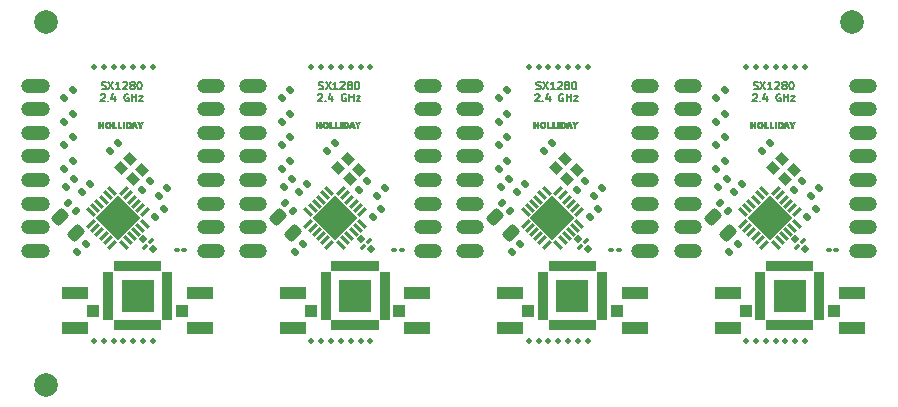
<source format=gts>
G04 #@! TF.GenerationSoftware,KiCad,Pcbnew,(6.0.6)*
G04 #@! TF.CreationDate,2022-08-31T11:07:13-07:00*
G04 #@! TF.ProjectId,kikit_panel,6b696b69-745f-4706-916e-656c2e6b6963,rev?*
G04 #@! TF.SameCoordinates,Original*
G04 #@! TF.FileFunction,Soldermask,Top*
G04 #@! TF.FilePolarity,Negative*
%FSLAX46Y46*%
G04 Gerber Fmt 4.6, Leading zero omitted, Abs format (unit mm)*
G04 Created by KiCad (PCBNEW (6.0.6)) date 2022-08-31 11:07:13*
%MOMM*%
%LPD*%
G01*
G04 APERTURE LIST*
G04 Aperture macros list*
%AMRoundRect*
0 Rectangle with rounded corners*
0 $1 Rounding radius*
0 $2 $3 $4 $5 $6 $7 $8 $9 X,Y pos of 4 corners*
0 Add a 4 corners polygon primitive as box body*
4,1,4,$2,$3,$4,$5,$6,$7,$8,$9,$2,$3,0*
0 Add four circle primitives for the rounded corners*
1,1,$1+$1,$2,$3*
1,1,$1+$1,$4,$5*
1,1,$1+$1,$6,$7*
1,1,$1+$1,$8,$9*
0 Add four rect primitives between the rounded corners*
20,1,$1+$1,$2,$3,$4,$5,0*
20,1,$1+$1,$4,$5,$6,$7,0*
20,1,$1+$1,$6,$7,$8,$9,0*
20,1,$1+$1,$8,$9,$2,$3,0*%
%AMRotRect*
0 Rectangle, with rotation*
0 The origin of the aperture is its center*
0 $1 length*
0 $2 width*
0 $3 Rotation angle, in degrees counterclockwise*
0 Add horizontal line*
21,1,$1,$2,0,0,$3*%
G04 Aperture macros list end*
%ADD10C,0.152400*%
%ADD11C,0.010000*%
%ADD12R,1.050000X1.000000*%
%ADD13R,2.200000X1.050000*%
%ADD14RoundRect,0.100000X-0.130000X-0.100000X0.130000X-0.100000X0.130000X0.100000X-0.130000X0.100000X0*%
%ADD15RoundRect,0.147500X0.017678X-0.226274X0.226274X-0.017678X-0.017678X0.226274X-0.226274X0.017678X0*%
%ADD16C,0.500000*%
%ADD17RoundRect,0.147500X-0.017678X0.226274X-0.226274X0.017678X0.017678X-0.226274X0.226274X-0.017678X0*%
%ADD18C,1.200000*%
%ADD19R,1.200000X1.200000*%
%ADD20RotRect,0.300000X0.850000X315.000000*%
%ADD21RotRect,0.300000X0.850000X225.000000*%
%ADD22RotRect,2.650000X2.650000X225.000000*%
%ADD23C,2.000000*%
%ADD24RoundRect,0.147500X0.226274X0.017678X0.017678X0.226274X-0.226274X-0.017678X-0.017678X-0.226274X0*%
%ADD25RoundRect,0.243750X0.494975X0.150260X0.150260X0.494975X-0.494975X-0.150260X-0.150260X-0.494975X0*%
%ADD26RoundRect,0.063500X-0.152400X0.381000X-0.152400X-0.381000X0.152400X-0.381000X0.152400X0.381000X0*%
%ADD27RoundRect,0.063500X-0.381000X-0.152400X0.381000X-0.152400X0.381000X0.152400X-0.381000X0.152400X0*%
%ADD28RoundRect,0.063500X0.152400X-0.381000X0.152400X0.381000X-0.152400X0.381000X-0.152400X-0.381000X0*%
%ADD29RoundRect,0.063500X0.381000X0.152400X-0.381000X0.152400X-0.381000X-0.152400X0.381000X-0.152400X0*%
%ADD30R,2.794000X2.794000*%
%ADD31RotRect,0.900000X0.800000X315.000000*%
%ADD32RotRect,0.550000X0.550000X45.000000*%
%ADD33RotRect,0.300000X0.500000X315.000000*%
G04 APERTURE END LIST*
D10*
X76389266Y-22185848D02*
X76479980Y-22216086D01*
X76631171Y-22216086D01*
X76691647Y-22185848D01*
X76721885Y-22155610D01*
X76752123Y-22095134D01*
X76752123Y-22034658D01*
X76721885Y-21974182D01*
X76691647Y-21943944D01*
X76631171Y-21913705D01*
X76510219Y-21883467D01*
X76449742Y-21853229D01*
X76419504Y-21822991D01*
X76389266Y-21762515D01*
X76389266Y-21702039D01*
X76419504Y-21641563D01*
X76449742Y-21611325D01*
X76510219Y-21581086D01*
X76661409Y-21581086D01*
X76752123Y-21611325D01*
X76963790Y-21581086D02*
X77387123Y-22216086D01*
X77387123Y-21581086D02*
X76963790Y-22216086D01*
X77961647Y-22216086D02*
X77598790Y-22216086D01*
X77780219Y-22216086D02*
X77780219Y-21581086D01*
X77719742Y-21671801D01*
X77659266Y-21732277D01*
X77598790Y-21762515D01*
X78203552Y-21641563D02*
X78233790Y-21611325D01*
X78294266Y-21581086D01*
X78445457Y-21581086D01*
X78505933Y-21611325D01*
X78536171Y-21641563D01*
X78566409Y-21702039D01*
X78566409Y-21762515D01*
X78536171Y-21853229D01*
X78173314Y-22216086D01*
X78566409Y-22216086D01*
X78929266Y-21853229D02*
X78868790Y-21822991D01*
X78838552Y-21792753D01*
X78808314Y-21732277D01*
X78808314Y-21702039D01*
X78838552Y-21641563D01*
X78868790Y-21611325D01*
X78929266Y-21581086D01*
X79050219Y-21581086D01*
X79110695Y-21611325D01*
X79140933Y-21641563D01*
X79171171Y-21702039D01*
X79171171Y-21732277D01*
X79140933Y-21792753D01*
X79110695Y-21822991D01*
X79050219Y-21853229D01*
X78929266Y-21853229D01*
X78868790Y-21883467D01*
X78838552Y-21913705D01*
X78808314Y-21974182D01*
X78808314Y-22095134D01*
X78838552Y-22155610D01*
X78868790Y-22185848D01*
X78929266Y-22216086D01*
X79050219Y-22216086D01*
X79110695Y-22185848D01*
X79140933Y-22155610D01*
X79171171Y-22095134D01*
X79171171Y-21974182D01*
X79140933Y-21913705D01*
X79110695Y-21883467D01*
X79050219Y-21853229D01*
X79564266Y-21581086D02*
X79624742Y-21581086D01*
X79685219Y-21611325D01*
X79715457Y-21641563D01*
X79745695Y-21702039D01*
X79775933Y-21822991D01*
X79775933Y-21974182D01*
X79745695Y-22095134D01*
X79715457Y-22155610D01*
X79685219Y-22185848D01*
X79624742Y-22216086D01*
X79564266Y-22216086D01*
X79503790Y-22185848D01*
X79473552Y-22155610D01*
X79443314Y-22095134D01*
X79413076Y-21974182D01*
X79413076Y-21822991D01*
X79443314Y-21702039D01*
X79473552Y-21641563D01*
X79503790Y-21611325D01*
X79564266Y-21581086D01*
X76298552Y-22663913D02*
X76328790Y-22633675D01*
X76389266Y-22603436D01*
X76540457Y-22603436D01*
X76600933Y-22633675D01*
X76631171Y-22663913D01*
X76661409Y-22724389D01*
X76661409Y-22784865D01*
X76631171Y-22875579D01*
X76268314Y-23238436D01*
X76661409Y-23238436D01*
X76933552Y-23177960D02*
X76963790Y-23208198D01*
X76933552Y-23238436D01*
X76903314Y-23208198D01*
X76933552Y-23177960D01*
X76933552Y-23238436D01*
X77508076Y-22815103D02*
X77508076Y-23238436D01*
X77356885Y-22573198D02*
X77205695Y-23026770D01*
X77598790Y-23026770D01*
X78657123Y-22633675D02*
X78596647Y-22603436D01*
X78505933Y-22603436D01*
X78415219Y-22633675D01*
X78354742Y-22694151D01*
X78324504Y-22754627D01*
X78294266Y-22875579D01*
X78294266Y-22966294D01*
X78324504Y-23087246D01*
X78354742Y-23147722D01*
X78415219Y-23208198D01*
X78505933Y-23238436D01*
X78566409Y-23238436D01*
X78657123Y-23208198D01*
X78687361Y-23177960D01*
X78687361Y-22966294D01*
X78566409Y-22966294D01*
X78959504Y-23238436D02*
X78959504Y-22603436D01*
X78959504Y-22905817D02*
X79322361Y-22905817D01*
X79322361Y-23238436D02*
X79322361Y-22603436D01*
X79564266Y-22815103D02*
X79896885Y-22815103D01*
X79564266Y-23238436D01*
X79896885Y-23238436D01*
X57987266Y-22185848D02*
X58077980Y-22216086D01*
X58229171Y-22216086D01*
X58289647Y-22185848D01*
X58319885Y-22155610D01*
X58350123Y-22095134D01*
X58350123Y-22034658D01*
X58319885Y-21974182D01*
X58289647Y-21943944D01*
X58229171Y-21913705D01*
X58108219Y-21883467D01*
X58047742Y-21853229D01*
X58017504Y-21822991D01*
X57987266Y-21762515D01*
X57987266Y-21702039D01*
X58017504Y-21641563D01*
X58047742Y-21611325D01*
X58108219Y-21581086D01*
X58259409Y-21581086D01*
X58350123Y-21611325D01*
X58561790Y-21581086D02*
X58985123Y-22216086D01*
X58985123Y-21581086D02*
X58561790Y-22216086D01*
X59559647Y-22216086D02*
X59196790Y-22216086D01*
X59378219Y-22216086D02*
X59378219Y-21581086D01*
X59317742Y-21671801D01*
X59257266Y-21732277D01*
X59196790Y-21762515D01*
X59801552Y-21641563D02*
X59831790Y-21611325D01*
X59892266Y-21581086D01*
X60043457Y-21581086D01*
X60103933Y-21611325D01*
X60134171Y-21641563D01*
X60164409Y-21702039D01*
X60164409Y-21762515D01*
X60134171Y-21853229D01*
X59771314Y-22216086D01*
X60164409Y-22216086D01*
X60527266Y-21853229D02*
X60466790Y-21822991D01*
X60436552Y-21792753D01*
X60406314Y-21732277D01*
X60406314Y-21702039D01*
X60436552Y-21641563D01*
X60466790Y-21611325D01*
X60527266Y-21581086D01*
X60648219Y-21581086D01*
X60708695Y-21611325D01*
X60738933Y-21641563D01*
X60769171Y-21702039D01*
X60769171Y-21732277D01*
X60738933Y-21792753D01*
X60708695Y-21822991D01*
X60648219Y-21853229D01*
X60527266Y-21853229D01*
X60466790Y-21883467D01*
X60436552Y-21913705D01*
X60406314Y-21974182D01*
X60406314Y-22095134D01*
X60436552Y-22155610D01*
X60466790Y-22185848D01*
X60527266Y-22216086D01*
X60648219Y-22216086D01*
X60708695Y-22185848D01*
X60738933Y-22155610D01*
X60769171Y-22095134D01*
X60769171Y-21974182D01*
X60738933Y-21913705D01*
X60708695Y-21883467D01*
X60648219Y-21853229D01*
X61162266Y-21581086D02*
X61222742Y-21581086D01*
X61283219Y-21611325D01*
X61313457Y-21641563D01*
X61343695Y-21702039D01*
X61373933Y-21822991D01*
X61373933Y-21974182D01*
X61343695Y-22095134D01*
X61313457Y-22155610D01*
X61283219Y-22185848D01*
X61222742Y-22216086D01*
X61162266Y-22216086D01*
X61101790Y-22185848D01*
X61071552Y-22155610D01*
X61041314Y-22095134D01*
X61011076Y-21974182D01*
X61011076Y-21822991D01*
X61041314Y-21702039D01*
X61071552Y-21641563D01*
X61101790Y-21611325D01*
X61162266Y-21581086D01*
X57896552Y-22663913D02*
X57926790Y-22633675D01*
X57987266Y-22603436D01*
X58138457Y-22603436D01*
X58198933Y-22633675D01*
X58229171Y-22663913D01*
X58259409Y-22724389D01*
X58259409Y-22784865D01*
X58229171Y-22875579D01*
X57866314Y-23238436D01*
X58259409Y-23238436D01*
X58531552Y-23177960D02*
X58561790Y-23208198D01*
X58531552Y-23238436D01*
X58501314Y-23208198D01*
X58531552Y-23177960D01*
X58531552Y-23238436D01*
X59106076Y-22815103D02*
X59106076Y-23238436D01*
X58954885Y-22573198D02*
X58803695Y-23026770D01*
X59196790Y-23026770D01*
X60255123Y-22633675D02*
X60194647Y-22603436D01*
X60103933Y-22603436D01*
X60013219Y-22633675D01*
X59952742Y-22694151D01*
X59922504Y-22754627D01*
X59892266Y-22875579D01*
X59892266Y-22966294D01*
X59922504Y-23087246D01*
X59952742Y-23147722D01*
X60013219Y-23208198D01*
X60103933Y-23238436D01*
X60164409Y-23238436D01*
X60255123Y-23208198D01*
X60285361Y-23177960D01*
X60285361Y-22966294D01*
X60164409Y-22966294D01*
X60557504Y-23238436D02*
X60557504Y-22603436D01*
X60557504Y-22905817D02*
X60920361Y-22905817D01*
X60920361Y-23238436D02*
X60920361Y-22603436D01*
X61162266Y-22815103D02*
X61494885Y-22815103D01*
X61162266Y-23238436D01*
X61494885Y-23238436D01*
X21183266Y-22185848D02*
X21273980Y-22216086D01*
X21425171Y-22216086D01*
X21485647Y-22185848D01*
X21515885Y-22155610D01*
X21546123Y-22095134D01*
X21546123Y-22034658D01*
X21515885Y-21974182D01*
X21485647Y-21943944D01*
X21425171Y-21913705D01*
X21304219Y-21883467D01*
X21243742Y-21853229D01*
X21213504Y-21822991D01*
X21183266Y-21762515D01*
X21183266Y-21702039D01*
X21213504Y-21641563D01*
X21243742Y-21611325D01*
X21304219Y-21581086D01*
X21455409Y-21581086D01*
X21546123Y-21611325D01*
X21757790Y-21581086D02*
X22181123Y-22216086D01*
X22181123Y-21581086D02*
X21757790Y-22216086D01*
X22755647Y-22216086D02*
X22392790Y-22216086D01*
X22574219Y-22216086D02*
X22574219Y-21581086D01*
X22513742Y-21671801D01*
X22453266Y-21732277D01*
X22392790Y-21762515D01*
X22997552Y-21641563D02*
X23027790Y-21611325D01*
X23088266Y-21581086D01*
X23239457Y-21581086D01*
X23299933Y-21611325D01*
X23330171Y-21641563D01*
X23360409Y-21702039D01*
X23360409Y-21762515D01*
X23330171Y-21853229D01*
X22967314Y-22216086D01*
X23360409Y-22216086D01*
X23723266Y-21853229D02*
X23662790Y-21822991D01*
X23632552Y-21792753D01*
X23602314Y-21732277D01*
X23602314Y-21702039D01*
X23632552Y-21641563D01*
X23662790Y-21611325D01*
X23723266Y-21581086D01*
X23844219Y-21581086D01*
X23904695Y-21611325D01*
X23934933Y-21641563D01*
X23965171Y-21702039D01*
X23965171Y-21732277D01*
X23934933Y-21792753D01*
X23904695Y-21822991D01*
X23844219Y-21853229D01*
X23723266Y-21853229D01*
X23662790Y-21883467D01*
X23632552Y-21913705D01*
X23602314Y-21974182D01*
X23602314Y-22095134D01*
X23632552Y-22155610D01*
X23662790Y-22185848D01*
X23723266Y-22216086D01*
X23844219Y-22216086D01*
X23904695Y-22185848D01*
X23934933Y-22155610D01*
X23965171Y-22095134D01*
X23965171Y-21974182D01*
X23934933Y-21913705D01*
X23904695Y-21883467D01*
X23844219Y-21853229D01*
X24358266Y-21581086D02*
X24418742Y-21581086D01*
X24479219Y-21611325D01*
X24509457Y-21641563D01*
X24539695Y-21702039D01*
X24569933Y-21822991D01*
X24569933Y-21974182D01*
X24539695Y-22095134D01*
X24509457Y-22155610D01*
X24479219Y-22185848D01*
X24418742Y-22216086D01*
X24358266Y-22216086D01*
X24297790Y-22185848D01*
X24267552Y-22155610D01*
X24237314Y-22095134D01*
X24207076Y-21974182D01*
X24207076Y-21822991D01*
X24237314Y-21702039D01*
X24267552Y-21641563D01*
X24297790Y-21611325D01*
X24358266Y-21581086D01*
X21092552Y-22663913D02*
X21122790Y-22633675D01*
X21183266Y-22603436D01*
X21334457Y-22603436D01*
X21394933Y-22633675D01*
X21425171Y-22663913D01*
X21455409Y-22724389D01*
X21455409Y-22784865D01*
X21425171Y-22875579D01*
X21062314Y-23238436D01*
X21455409Y-23238436D01*
X21727552Y-23177960D02*
X21757790Y-23208198D01*
X21727552Y-23238436D01*
X21697314Y-23208198D01*
X21727552Y-23177960D01*
X21727552Y-23238436D01*
X22302076Y-22815103D02*
X22302076Y-23238436D01*
X22150885Y-22573198D02*
X21999695Y-23026770D01*
X22392790Y-23026770D01*
X23451123Y-22633675D02*
X23390647Y-22603436D01*
X23299933Y-22603436D01*
X23209219Y-22633675D01*
X23148742Y-22694151D01*
X23118504Y-22754627D01*
X23088266Y-22875579D01*
X23088266Y-22966294D01*
X23118504Y-23087246D01*
X23148742Y-23147722D01*
X23209219Y-23208198D01*
X23299933Y-23238436D01*
X23360409Y-23238436D01*
X23451123Y-23208198D01*
X23481361Y-23177960D01*
X23481361Y-22966294D01*
X23360409Y-22966294D01*
X23753504Y-23238436D02*
X23753504Y-22603436D01*
X23753504Y-22905817D02*
X24116361Y-22905817D01*
X24116361Y-23238436D02*
X24116361Y-22603436D01*
X24358266Y-22815103D02*
X24690885Y-22815103D01*
X24358266Y-23238436D01*
X24690885Y-23238436D01*
X39585266Y-22185848D02*
X39675980Y-22216086D01*
X39827171Y-22216086D01*
X39887647Y-22185848D01*
X39917885Y-22155610D01*
X39948123Y-22095134D01*
X39948123Y-22034658D01*
X39917885Y-21974182D01*
X39887647Y-21943944D01*
X39827171Y-21913705D01*
X39706219Y-21883467D01*
X39645742Y-21853229D01*
X39615504Y-21822991D01*
X39585266Y-21762515D01*
X39585266Y-21702039D01*
X39615504Y-21641563D01*
X39645742Y-21611325D01*
X39706219Y-21581086D01*
X39857409Y-21581086D01*
X39948123Y-21611325D01*
X40159790Y-21581086D02*
X40583123Y-22216086D01*
X40583123Y-21581086D02*
X40159790Y-22216086D01*
X41157647Y-22216086D02*
X40794790Y-22216086D01*
X40976219Y-22216086D02*
X40976219Y-21581086D01*
X40915742Y-21671801D01*
X40855266Y-21732277D01*
X40794790Y-21762515D01*
X41399552Y-21641563D02*
X41429790Y-21611325D01*
X41490266Y-21581086D01*
X41641457Y-21581086D01*
X41701933Y-21611325D01*
X41732171Y-21641563D01*
X41762409Y-21702039D01*
X41762409Y-21762515D01*
X41732171Y-21853229D01*
X41369314Y-22216086D01*
X41762409Y-22216086D01*
X42125266Y-21853229D02*
X42064790Y-21822991D01*
X42034552Y-21792753D01*
X42004314Y-21732277D01*
X42004314Y-21702039D01*
X42034552Y-21641563D01*
X42064790Y-21611325D01*
X42125266Y-21581086D01*
X42246219Y-21581086D01*
X42306695Y-21611325D01*
X42336933Y-21641563D01*
X42367171Y-21702039D01*
X42367171Y-21732277D01*
X42336933Y-21792753D01*
X42306695Y-21822991D01*
X42246219Y-21853229D01*
X42125266Y-21853229D01*
X42064790Y-21883467D01*
X42034552Y-21913705D01*
X42004314Y-21974182D01*
X42004314Y-22095134D01*
X42034552Y-22155610D01*
X42064790Y-22185848D01*
X42125266Y-22216086D01*
X42246219Y-22216086D01*
X42306695Y-22185848D01*
X42336933Y-22155610D01*
X42367171Y-22095134D01*
X42367171Y-21974182D01*
X42336933Y-21913705D01*
X42306695Y-21883467D01*
X42246219Y-21853229D01*
X42760266Y-21581086D02*
X42820742Y-21581086D01*
X42881219Y-21611325D01*
X42911457Y-21641563D01*
X42941695Y-21702039D01*
X42971933Y-21822991D01*
X42971933Y-21974182D01*
X42941695Y-22095134D01*
X42911457Y-22155610D01*
X42881219Y-22185848D01*
X42820742Y-22216086D01*
X42760266Y-22216086D01*
X42699790Y-22185848D01*
X42669552Y-22155610D01*
X42639314Y-22095134D01*
X42609076Y-21974182D01*
X42609076Y-21822991D01*
X42639314Y-21702039D01*
X42669552Y-21641563D01*
X42699790Y-21611325D01*
X42760266Y-21581086D01*
X39494552Y-22663913D02*
X39524790Y-22633675D01*
X39585266Y-22603436D01*
X39736457Y-22603436D01*
X39796933Y-22633675D01*
X39827171Y-22663913D01*
X39857409Y-22724389D01*
X39857409Y-22784865D01*
X39827171Y-22875579D01*
X39464314Y-23238436D01*
X39857409Y-23238436D01*
X40129552Y-23177960D02*
X40159790Y-23208198D01*
X40129552Y-23238436D01*
X40099314Y-23208198D01*
X40129552Y-23177960D01*
X40129552Y-23238436D01*
X40704076Y-22815103D02*
X40704076Y-23238436D01*
X40552885Y-22573198D02*
X40401695Y-23026770D01*
X40794790Y-23026770D01*
X41853123Y-22633675D02*
X41792647Y-22603436D01*
X41701933Y-22603436D01*
X41611219Y-22633675D01*
X41550742Y-22694151D01*
X41520504Y-22754627D01*
X41490266Y-22875579D01*
X41490266Y-22966294D01*
X41520504Y-23087246D01*
X41550742Y-23147722D01*
X41611219Y-23208198D01*
X41701933Y-23238436D01*
X41762409Y-23238436D01*
X41853123Y-23208198D01*
X41883361Y-23177960D01*
X41883361Y-22966294D01*
X41762409Y-22966294D01*
X42155504Y-23238436D02*
X42155504Y-22603436D01*
X42155504Y-22905817D02*
X42518361Y-22905817D01*
X42518361Y-23238436D02*
X42518361Y-22603436D01*
X42760266Y-22815103D02*
X43092885Y-22815103D01*
X42760266Y-23238436D01*
X43092885Y-23238436D01*
G36*
X77414500Y-25392400D02*
G01*
X77617700Y-25392400D01*
X77617700Y-25506700D01*
X77274800Y-25506700D01*
X77274800Y-24973300D01*
X77414500Y-24973300D01*
X77414500Y-25392400D01*
G37*
D11*
X77414500Y-25392400D02*
X77617700Y-25392400D01*
X77617700Y-25506700D01*
X77274800Y-25506700D01*
X77274800Y-24973300D01*
X77414500Y-24973300D01*
X77414500Y-25392400D01*
G36*
X76665999Y-25155116D02*
G01*
X76694967Y-25087361D01*
X76719510Y-25053791D01*
X76766931Y-25010641D01*
X76820985Y-24985004D01*
X76888503Y-24974132D01*
X76919422Y-24973300D01*
X76987259Y-24978757D01*
X77040265Y-24997426D01*
X77087054Y-25032747D01*
X77099367Y-25045191D01*
X77130371Y-25084896D01*
X77149353Y-25129038D01*
X77158591Y-25184926D01*
X77160500Y-25241332D01*
X77153052Y-25324005D01*
X77129439Y-25390031D01*
X77087756Y-25443784D01*
X77063181Y-25464689D01*
X77034497Y-25483886D01*
X77005272Y-25495299D01*
X76966797Y-25501322D01*
X76920189Y-25503997D01*
X76866112Y-25504715D01*
X76828198Y-25500871D01*
X76797384Y-25490875D01*
X76773186Y-25478213D01*
X76720440Y-25433831D01*
X76682660Y-25373887D01*
X76660534Y-25303823D01*
X76657768Y-25268066D01*
X76793671Y-25268066D01*
X76806028Y-25320966D01*
X76833241Y-25366140D01*
X76838690Y-25371926D01*
X76881195Y-25399445D01*
X76926984Y-25402209D01*
X76972993Y-25380059D01*
X76974331Y-25379019D01*
X77006628Y-25340479D01*
X77024182Y-25291454D01*
X77028133Y-25237327D01*
X77019624Y-25183478D01*
X76999795Y-25135291D01*
X76969787Y-25098148D01*
X76930742Y-25077432D01*
X76909852Y-25074899D01*
X76867158Y-25086192D01*
X76832912Y-25116504D01*
X76808394Y-25160486D01*
X76794886Y-25212790D01*
X76793671Y-25268066D01*
X76657768Y-25268066D01*
X76654751Y-25229084D01*
X76665999Y-25155116D01*
G37*
X76665999Y-25155116D02*
X76694967Y-25087361D01*
X76719510Y-25053791D01*
X76766931Y-25010641D01*
X76820985Y-24985004D01*
X76888503Y-24974132D01*
X76919422Y-24973300D01*
X76987259Y-24978757D01*
X77040265Y-24997426D01*
X77087054Y-25032747D01*
X77099367Y-25045191D01*
X77130371Y-25084896D01*
X77149353Y-25129038D01*
X77158591Y-25184926D01*
X77160500Y-25241332D01*
X77153052Y-25324005D01*
X77129439Y-25390031D01*
X77087756Y-25443784D01*
X77063181Y-25464689D01*
X77034497Y-25483886D01*
X77005272Y-25495299D01*
X76966797Y-25501322D01*
X76920189Y-25503997D01*
X76866112Y-25504715D01*
X76828198Y-25500871D01*
X76797384Y-25490875D01*
X76773186Y-25478213D01*
X76720440Y-25433831D01*
X76682660Y-25373887D01*
X76660534Y-25303823D01*
X76657768Y-25268066D01*
X76793671Y-25268066D01*
X76806028Y-25320966D01*
X76833241Y-25366140D01*
X76838690Y-25371926D01*
X76881195Y-25399445D01*
X76926984Y-25402209D01*
X76972993Y-25380059D01*
X76974331Y-25379019D01*
X77006628Y-25340479D01*
X77024182Y-25291454D01*
X77028133Y-25237327D01*
X77019624Y-25183478D01*
X76999795Y-25135291D01*
X76969787Y-25098148D01*
X76930742Y-25077432D01*
X76909852Y-25074899D01*
X76867158Y-25086192D01*
X76832912Y-25116504D01*
X76808394Y-25160486D01*
X76794886Y-25212790D01*
X76793671Y-25268066D01*
X76657768Y-25268066D01*
X76654751Y-25229084D01*
X76665999Y-25155116D01*
G36*
X76233400Y-25176500D02*
G01*
X76411200Y-25176500D01*
X76411200Y-24973300D01*
X76538200Y-24973300D01*
X76538200Y-25506700D01*
X76411200Y-25506700D01*
X76411200Y-25290800D01*
X76233400Y-25290800D01*
X76233400Y-25506700D01*
X76106400Y-25506700D01*
X76106400Y-24973300D01*
X76233400Y-24973300D01*
X76233400Y-25176500D01*
G37*
X76233400Y-25176500D02*
X76411200Y-25176500D01*
X76411200Y-24973300D01*
X76538200Y-24973300D01*
X76538200Y-25506700D01*
X76411200Y-25506700D01*
X76411200Y-25290800D01*
X76233400Y-25290800D01*
X76233400Y-25506700D01*
X76106400Y-25506700D01*
X76106400Y-24973300D01*
X76233400Y-24973300D01*
X76233400Y-25176500D01*
G36*
X78303500Y-25506700D02*
G01*
X78176500Y-25506700D01*
X78176500Y-24973300D01*
X78303500Y-24973300D01*
X78303500Y-25506700D01*
G37*
X78303500Y-25506700D02*
X78176500Y-25506700D01*
X78176500Y-24973300D01*
X78303500Y-24973300D01*
X78303500Y-25506700D01*
G36*
X78417800Y-24973300D02*
G01*
X78492493Y-24973313D01*
X78534778Y-24973159D01*
X78577829Y-24973473D01*
X78678441Y-24980466D01*
X78758672Y-25002214D01*
X78819224Y-25039306D01*
X78860800Y-25092334D01*
X78884103Y-25161889D01*
X78890063Y-25235859D01*
X78881407Y-25316867D01*
X78855285Y-25382090D01*
X78809907Y-25435731D01*
X78801961Y-25442518D01*
X78757505Y-25471592D01*
X78703855Y-25491186D01*
X78636101Y-25502472D01*
X78549332Y-25506620D01*
X78532826Y-25506700D01*
X78417800Y-25506700D01*
X78417807Y-25405100D01*
X78557500Y-25405100D01*
X78598775Y-25405052D01*
X78638559Y-25398145D01*
X78678599Y-25381472D01*
X78680514Y-25380332D01*
X78715803Y-25353549D01*
X78737511Y-25320799D01*
X78751198Y-25273115D01*
X78753037Y-25263379D01*
X78752932Y-25200844D01*
X78731457Y-25146575D01*
X78692169Y-25104863D01*
X78638623Y-25079998D01*
X78596855Y-25074899D01*
X78557500Y-25074900D01*
X78557500Y-25405100D01*
X78417807Y-25405100D01*
X78417828Y-25074900D01*
X78417800Y-25074900D01*
X78417800Y-24973300D01*
G37*
X78417800Y-24973300D02*
X78492493Y-24973313D01*
X78534778Y-24973159D01*
X78577829Y-24973473D01*
X78678441Y-24980466D01*
X78758672Y-25002214D01*
X78819224Y-25039306D01*
X78860800Y-25092334D01*
X78884103Y-25161889D01*
X78890063Y-25235859D01*
X78881407Y-25316867D01*
X78855285Y-25382090D01*
X78809907Y-25435731D01*
X78801961Y-25442518D01*
X78757505Y-25471592D01*
X78703855Y-25491186D01*
X78636101Y-25502472D01*
X78549332Y-25506620D01*
X78532826Y-25506700D01*
X78417800Y-25506700D01*
X78417807Y-25405100D01*
X78557500Y-25405100D01*
X78598775Y-25405052D01*
X78638559Y-25398145D01*
X78678599Y-25381472D01*
X78680514Y-25380332D01*
X78715803Y-25353549D01*
X78737511Y-25320799D01*
X78751198Y-25273115D01*
X78753037Y-25263379D01*
X78752932Y-25200844D01*
X78731457Y-25146575D01*
X78692169Y-25104863D01*
X78638623Y-25079998D01*
X78596855Y-25074899D01*
X78557500Y-25074900D01*
X78557500Y-25405100D01*
X78417807Y-25405100D01*
X78417828Y-25074900D01*
X78417800Y-25074900D01*
X78417800Y-24973300D01*
G36*
X79700500Y-25270480D02*
G01*
X79700500Y-25506700D01*
X79573500Y-25506700D01*
X79573500Y-25270480D01*
X79403320Y-24973300D01*
X79554450Y-24973382D01*
X79636505Y-25166340D01*
X79727784Y-24973300D01*
X79873220Y-24973300D01*
X79700500Y-25270480D01*
G37*
X79700500Y-25270480D02*
X79700500Y-25506700D01*
X79573500Y-25506700D01*
X79573500Y-25270480D01*
X79403320Y-24973300D01*
X79554450Y-24973382D01*
X79636505Y-25166340D01*
X79727784Y-24973300D01*
X79873220Y-24973300D01*
X79700500Y-25270480D01*
G36*
X79233140Y-24973300D02*
G01*
X79319500Y-25270480D01*
X79395184Y-25506700D01*
X79257297Y-25506700D01*
X79213261Y-25367000D01*
X79080002Y-25367000D01*
X79039390Y-25506700D01*
X78908020Y-25506700D01*
X78976600Y-25270480D01*
X78976712Y-25270114D01*
X79098626Y-25270114D01*
X79195040Y-25269824D01*
X79145942Y-25106650D01*
X79098626Y-25270114D01*
X78976712Y-25270114D01*
X79067261Y-24973300D01*
X79233140Y-24973300D01*
G37*
X79233140Y-24973300D02*
X79319500Y-25270480D01*
X79395184Y-25506700D01*
X79257297Y-25506700D01*
X79213261Y-25367000D01*
X79080002Y-25367000D01*
X79039390Y-25506700D01*
X78908020Y-25506700D01*
X78976600Y-25270480D01*
X78976712Y-25270114D01*
X79098626Y-25270114D01*
X79195040Y-25269824D01*
X79145942Y-25106650D01*
X79098626Y-25270114D01*
X78976712Y-25270114D01*
X79067261Y-24973300D01*
X79233140Y-24973300D01*
G36*
X77859000Y-25392400D02*
G01*
X78062200Y-25392400D01*
X78062200Y-25506700D01*
X77732000Y-25506700D01*
X77732000Y-24973300D01*
X77859000Y-24973300D01*
X77859000Y-25392400D01*
G37*
X77859000Y-25392400D02*
X78062200Y-25392400D01*
X78062200Y-25506700D01*
X77732000Y-25506700D01*
X77732000Y-24973300D01*
X77859000Y-24973300D01*
X77859000Y-25392400D01*
G36*
X42896500Y-25270480D02*
G01*
X42896500Y-25506700D01*
X42769500Y-25506700D01*
X42769500Y-25270480D01*
X42599320Y-24973300D01*
X42750450Y-24973382D01*
X42832505Y-25166340D01*
X42923784Y-24973300D01*
X43069220Y-24973300D01*
X42896500Y-25270480D01*
G37*
X42896500Y-25270480D02*
X42896500Y-25506700D01*
X42769500Y-25506700D01*
X42769500Y-25270480D01*
X42599320Y-24973300D01*
X42750450Y-24973382D01*
X42832505Y-25166340D01*
X42923784Y-24973300D01*
X43069220Y-24973300D01*
X42896500Y-25270480D01*
G36*
X42429140Y-24973300D02*
G01*
X42515500Y-25270480D01*
X42591184Y-25506700D01*
X42453297Y-25506700D01*
X42409261Y-25367000D01*
X42276002Y-25367000D01*
X42235390Y-25506700D01*
X42104020Y-25506700D01*
X42172600Y-25270480D01*
X42172712Y-25270114D01*
X42294626Y-25270114D01*
X42391040Y-25269824D01*
X42341942Y-25106650D01*
X42294626Y-25270114D01*
X42172712Y-25270114D01*
X42263261Y-24973300D01*
X42429140Y-24973300D01*
G37*
X42429140Y-24973300D02*
X42515500Y-25270480D01*
X42591184Y-25506700D01*
X42453297Y-25506700D01*
X42409261Y-25367000D01*
X42276002Y-25367000D01*
X42235390Y-25506700D01*
X42104020Y-25506700D01*
X42172600Y-25270480D01*
X42172712Y-25270114D01*
X42294626Y-25270114D01*
X42391040Y-25269824D01*
X42341942Y-25106650D01*
X42294626Y-25270114D01*
X42172712Y-25270114D01*
X42263261Y-24973300D01*
X42429140Y-24973300D01*
G36*
X40610500Y-25392400D02*
G01*
X40813700Y-25392400D01*
X40813700Y-25506700D01*
X40470800Y-25506700D01*
X40470800Y-24973300D01*
X40610500Y-24973300D01*
X40610500Y-25392400D01*
G37*
X40610500Y-25392400D02*
X40813700Y-25392400D01*
X40813700Y-25506700D01*
X40470800Y-25506700D01*
X40470800Y-24973300D01*
X40610500Y-24973300D01*
X40610500Y-25392400D01*
G36*
X41055000Y-25392400D02*
G01*
X41258200Y-25392400D01*
X41258200Y-25506700D01*
X40928000Y-25506700D01*
X40928000Y-24973300D01*
X41055000Y-24973300D01*
X41055000Y-25392400D01*
G37*
X41055000Y-25392400D02*
X41258200Y-25392400D01*
X41258200Y-25506700D01*
X40928000Y-25506700D01*
X40928000Y-24973300D01*
X41055000Y-24973300D01*
X41055000Y-25392400D01*
G36*
X39429400Y-25176500D02*
G01*
X39607200Y-25176500D01*
X39607200Y-24973300D01*
X39734200Y-24973300D01*
X39734200Y-25506700D01*
X39607200Y-25506700D01*
X39607200Y-25290800D01*
X39429400Y-25290800D01*
X39429400Y-25506700D01*
X39302400Y-25506700D01*
X39302400Y-24973300D01*
X39429400Y-24973300D01*
X39429400Y-25176500D01*
G37*
X39429400Y-25176500D02*
X39607200Y-25176500D01*
X39607200Y-24973300D01*
X39734200Y-24973300D01*
X39734200Y-25506700D01*
X39607200Y-25506700D01*
X39607200Y-25290800D01*
X39429400Y-25290800D01*
X39429400Y-25506700D01*
X39302400Y-25506700D01*
X39302400Y-24973300D01*
X39429400Y-24973300D01*
X39429400Y-25176500D01*
G36*
X41499500Y-25506700D02*
G01*
X41372500Y-25506700D01*
X41372500Y-24973300D01*
X41499500Y-24973300D01*
X41499500Y-25506700D01*
G37*
X41499500Y-25506700D02*
X41372500Y-25506700D01*
X41372500Y-24973300D01*
X41499500Y-24973300D01*
X41499500Y-25506700D01*
G36*
X41613800Y-24973300D02*
G01*
X41688493Y-24973313D01*
X41730778Y-24973159D01*
X41773829Y-24973473D01*
X41874441Y-24980466D01*
X41954672Y-25002214D01*
X42015224Y-25039306D01*
X42056800Y-25092334D01*
X42080103Y-25161889D01*
X42086063Y-25235859D01*
X42077407Y-25316867D01*
X42051285Y-25382090D01*
X42005907Y-25435731D01*
X41997961Y-25442518D01*
X41953505Y-25471592D01*
X41899855Y-25491186D01*
X41832101Y-25502472D01*
X41745332Y-25506620D01*
X41728826Y-25506700D01*
X41613800Y-25506700D01*
X41613807Y-25405100D01*
X41753500Y-25405100D01*
X41794775Y-25405052D01*
X41834559Y-25398145D01*
X41874599Y-25381472D01*
X41876514Y-25380332D01*
X41911803Y-25353549D01*
X41933511Y-25320799D01*
X41947198Y-25273115D01*
X41949037Y-25263379D01*
X41948932Y-25200844D01*
X41927457Y-25146575D01*
X41888169Y-25104863D01*
X41834623Y-25079998D01*
X41792855Y-25074899D01*
X41753500Y-25074900D01*
X41753500Y-25405100D01*
X41613807Y-25405100D01*
X41613828Y-25074900D01*
X41613800Y-25074900D01*
X41613800Y-24973300D01*
G37*
X41613800Y-24973300D02*
X41688493Y-24973313D01*
X41730778Y-24973159D01*
X41773829Y-24973473D01*
X41874441Y-24980466D01*
X41954672Y-25002214D01*
X42015224Y-25039306D01*
X42056800Y-25092334D01*
X42080103Y-25161889D01*
X42086063Y-25235859D01*
X42077407Y-25316867D01*
X42051285Y-25382090D01*
X42005907Y-25435731D01*
X41997961Y-25442518D01*
X41953505Y-25471592D01*
X41899855Y-25491186D01*
X41832101Y-25502472D01*
X41745332Y-25506620D01*
X41728826Y-25506700D01*
X41613800Y-25506700D01*
X41613807Y-25405100D01*
X41753500Y-25405100D01*
X41794775Y-25405052D01*
X41834559Y-25398145D01*
X41874599Y-25381472D01*
X41876514Y-25380332D01*
X41911803Y-25353549D01*
X41933511Y-25320799D01*
X41947198Y-25273115D01*
X41949037Y-25263379D01*
X41948932Y-25200844D01*
X41927457Y-25146575D01*
X41888169Y-25104863D01*
X41834623Y-25079998D01*
X41792855Y-25074899D01*
X41753500Y-25074900D01*
X41753500Y-25405100D01*
X41613807Y-25405100D01*
X41613828Y-25074900D01*
X41613800Y-25074900D01*
X41613800Y-24973300D01*
G36*
X39861999Y-25155116D02*
G01*
X39890967Y-25087361D01*
X39915510Y-25053791D01*
X39962931Y-25010641D01*
X40016985Y-24985004D01*
X40084503Y-24974132D01*
X40115422Y-24973300D01*
X40183259Y-24978757D01*
X40236265Y-24997426D01*
X40283054Y-25032747D01*
X40295367Y-25045191D01*
X40326371Y-25084896D01*
X40345353Y-25129038D01*
X40354591Y-25184926D01*
X40356500Y-25241332D01*
X40349052Y-25324005D01*
X40325439Y-25390031D01*
X40283756Y-25443784D01*
X40259181Y-25464689D01*
X40230497Y-25483886D01*
X40201272Y-25495299D01*
X40162797Y-25501322D01*
X40116189Y-25503997D01*
X40062112Y-25504715D01*
X40024198Y-25500871D01*
X39993384Y-25490875D01*
X39969186Y-25478213D01*
X39916440Y-25433831D01*
X39878660Y-25373887D01*
X39856534Y-25303823D01*
X39853768Y-25268066D01*
X39989671Y-25268066D01*
X40002028Y-25320966D01*
X40029241Y-25366140D01*
X40034690Y-25371926D01*
X40077195Y-25399445D01*
X40122984Y-25402209D01*
X40168993Y-25380059D01*
X40170331Y-25379019D01*
X40202628Y-25340479D01*
X40220182Y-25291454D01*
X40224133Y-25237327D01*
X40215624Y-25183478D01*
X40195795Y-25135291D01*
X40165787Y-25098148D01*
X40126742Y-25077432D01*
X40105852Y-25074899D01*
X40063158Y-25086192D01*
X40028912Y-25116504D01*
X40004394Y-25160486D01*
X39990886Y-25212790D01*
X39989671Y-25268066D01*
X39853768Y-25268066D01*
X39850751Y-25229084D01*
X39861999Y-25155116D01*
G37*
X39861999Y-25155116D02*
X39890967Y-25087361D01*
X39915510Y-25053791D01*
X39962931Y-25010641D01*
X40016985Y-24985004D01*
X40084503Y-24974132D01*
X40115422Y-24973300D01*
X40183259Y-24978757D01*
X40236265Y-24997426D01*
X40283054Y-25032747D01*
X40295367Y-25045191D01*
X40326371Y-25084896D01*
X40345353Y-25129038D01*
X40354591Y-25184926D01*
X40356500Y-25241332D01*
X40349052Y-25324005D01*
X40325439Y-25390031D01*
X40283756Y-25443784D01*
X40259181Y-25464689D01*
X40230497Y-25483886D01*
X40201272Y-25495299D01*
X40162797Y-25501322D01*
X40116189Y-25503997D01*
X40062112Y-25504715D01*
X40024198Y-25500871D01*
X39993384Y-25490875D01*
X39969186Y-25478213D01*
X39916440Y-25433831D01*
X39878660Y-25373887D01*
X39856534Y-25303823D01*
X39853768Y-25268066D01*
X39989671Y-25268066D01*
X40002028Y-25320966D01*
X40029241Y-25366140D01*
X40034690Y-25371926D01*
X40077195Y-25399445D01*
X40122984Y-25402209D01*
X40168993Y-25380059D01*
X40170331Y-25379019D01*
X40202628Y-25340479D01*
X40220182Y-25291454D01*
X40224133Y-25237327D01*
X40215624Y-25183478D01*
X40195795Y-25135291D01*
X40165787Y-25098148D01*
X40126742Y-25077432D01*
X40105852Y-25074899D01*
X40063158Y-25086192D01*
X40028912Y-25116504D01*
X40004394Y-25160486D01*
X39990886Y-25212790D01*
X39989671Y-25268066D01*
X39853768Y-25268066D01*
X39850751Y-25229084D01*
X39861999Y-25155116D01*
G36*
X21459999Y-25155116D02*
G01*
X21488967Y-25087361D01*
X21513510Y-25053791D01*
X21560931Y-25010641D01*
X21614985Y-24985004D01*
X21682503Y-24974132D01*
X21713422Y-24973300D01*
X21781259Y-24978757D01*
X21834265Y-24997426D01*
X21881054Y-25032747D01*
X21893367Y-25045191D01*
X21924371Y-25084896D01*
X21943353Y-25129038D01*
X21952591Y-25184926D01*
X21954500Y-25241332D01*
X21947052Y-25324005D01*
X21923439Y-25390031D01*
X21881756Y-25443784D01*
X21857181Y-25464689D01*
X21828497Y-25483886D01*
X21799272Y-25495299D01*
X21760797Y-25501322D01*
X21714189Y-25503997D01*
X21660112Y-25504715D01*
X21622198Y-25500871D01*
X21591384Y-25490875D01*
X21567186Y-25478213D01*
X21514440Y-25433831D01*
X21476660Y-25373887D01*
X21454534Y-25303823D01*
X21451768Y-25268066D01*
X21587671Y-25268066D01*
X21600028Y-25320966D01*
X21627241Y-25366140D01*
X21632690Y-25371926D01*
X21675195Y-25399445D01*
X21720984Y-25402209D01*
X21766993Y-25380059D01*
X21768331Y-25379019D01*
X21800628Y-25340479D01*
X21818182Y-25291454D01*
X21822133Y-25237327D01*
X21813624Y-25183478D01*
X21793795Y-25135291D01*
X21763787Y-25098148D01*
X21724742Y-25077432D01*
X21703852Y-25074899D01*
X21661158Y-25086192D01*
X21626912Y-25116504D01*
X21602394Y-25160486D01*
X21588886Y-25212790D01*
X21587671Y-25268066D01*
X21451768Y-25268066D01*
X21448751Y-25229084D01*
X21459999Y-25155116D01*
G37*
X21459999Y-25155116D02*
X21488967Y-25087361D01*
X21513510Y-25053791D01*
X21560931Y-25010641D01*
X21614985Y-24985004D01*
X21682503Y-24974132D01*
X21713422Y-24973300D01*
X21781259Y-24978757D01*
X21834265Y-24997426D01*
X21881054Y-25032747D01*
X21893367Y-25045191D01*
X21924371Y-25084896D01*
X21943353Y-25129038D01*
X21952591Y-25184926D01*
X21954500Y-25241332D01*
X21947052Y-25324005D01*
X21923439Y-25390031D01*
X21881756Y-25443784D01*
X21857181Y-25464689D01*
X21828497Y-25483886D01*
X21799272Y-25495299D01*
X21760797Y-25501322D01*
X21714189Y-25503997D01*
X21660112Y-25504715D01*
X21622198Y-25500871D01*
X21591384Y-25490875D01*
X21567186Y-25478213D01*
X21514440Y-25433831D01*
X21476660Y-25373887D01*
X21454534Y-25303823D01*
X21451768Y-25268066D01*
X21587671Y-25268066D01*
X21600028Y-25320966D01*
X21627241Y-25366140D01*
X21632690Y-25371926D01*
X21675195Y-25399445D01*
X21720984Y-25402209D01*
X21766993Y-25380059D01*
X21768331Y-25379019D01*
X21800628Y-25340479D01*
X21818182Y-25291454D01*
X21822133Y-25237327D01*
X21813624Y-25183478D01*
X21793795Y-25135291D01*
X21763787Y-25098148D01*
X21724742Y-25077432D01*
X21703852Y-25074899D01*
X21661158Y-25086192D01*
X21626912Y-25116504D01*
X21602394Y-25160486D01*
X21588886Y-25212790D01*
X21587671Y-25268066D01*
X21451768Y-25268066D01*
X21448751Y-25229084D01*
X21459999Y-25155116D01*
G36*
X23097500Y-25506700D02*
G01*
X22970500Y-25506700D01*
X22970500Y-24973300D01*
X23097500Y-24973300D01*
X23097500Y-25506700D01*
G37*
X23097500Y-25506700D02*
X22970500Y-25506700D01*
X22970500Y-24973300D01*
X23097500Y-24973300D01*
X23097500Y-25506700D01*
G36*
X24027140Y-24973300D02*
G01*
X24113500Y-25270480D01*
X24189184Y-25506700D01*
X24051297Y-25506700D01*
X24007261Y-25367000D01*
X23874002Y-25367000D01*
X23833390Y-25506700D01*
X23702020Y-25506700D01*
X23770600Y-25270480D01*
X23770712Y-25270114D01*
X23892626Y-25270114D01*
X23989040Y-25269824D01*
X23939942Y-25106650D01*
X23892626Y-25270114D01*
X23770712Y-25270114D01*
X23861261Y-24973300D01*
X24027140Y-24973300D01*
G37*
X24027140Y-24973300D02*
X24113500Y-25270480D01*
X24189184Y-25506700D01*
X24051297Y-25506700D01*
X24007261Y-25367000D01*
X23874002Y-25367000D01*
X23833390Y-25506700D01*
X23702020Y-25506700D01*
X23770600Y-25270480D01*
X23770712Y-25270114D01*
X23892626Y-25270114D01*
X23989040Y-25269824D01*
X23939942Y-25106650D01*
X23892626Y-25270114D01*
X23770712Y-25270114D01*
X23861261Y-24973300D01*
X24027140Y-24973300D01*
G36*
X21027400Y-25176500D02*
G01*
X21205200Y-25176500D01*
X21205200Y-24973300D01*
X21332200Y-24973300D01*
X21332200Y-25506700D01*
X21205200Y-25506700D01*
X21205200Y-25290800D01*
X21027400Y-25290800D01*
X21027400Y-25506700D01*
X20900400Y-25506700D01*
X20900400Y-24973300D01*
X21027400Y-24973300D01*
X21027400Y-25176500D01*
G37*
X21027400Y-25176500D02*
X21205200Y-25176500D01*
X21205200Y-24973300D01*
X21332200Y-24973300D01*
X21332200Y-25506700D01*
X21205200Y-25506700D01*
X21205200Y-25290800D01*
X21027400Y-25290800D01*
X21027400Y-25506700D01*
X20900400Y-25506700D01*
X20900400Y-24973300D01*
X21027400Y-24973300D01*
X21027400Y-25176500D01*
G36*
X22208500Y-25392400D02*
G01*
X22411700Y-25392400D01*
X22411700Y-25506700D01*
X22068800Y-25506700D01*
X22068800Y-24973300D01*
X22208500Y-24973300D01*
X22208500Y-25392400D01*
G37*
X22208500Y-25392400D02*
X22411700Y-25392400D01*
X22411700Y-25506700D01*
X22068800Y-25506700D01*
X22068800Y-24973300D01*
X22208500Y-24973300D01*
X22208500Y-25392400D01*
G36*
X24494500Y-25270480D02*
G01*
X24494500Y-25506700D01*
X24367500Y-25506700D01*
X24367500Y-25270480D01*
X24197320Y-24973300D01*
X24348450Y-24973382D01*
X24430505Y-25166340D01*
X24521784Y-24973300D01*
X24667220Y-24973300D01*
X24494500Y-25270480D01*
G37*
X24494500Y-25270480D02*
X24494500Y-25506700D01*
X24367500Y-25506700D01*
X24367500Y-25270480D01*
X24197320Y-24973300D01*
X24348450Y-24973382D01*
X24430505Y-25166340D01*
X24521784Y-24973300D01*
X24667220Y-24973300D01*
X24494500Y-25270480D01*
G36*
X23211800Y-24973300D02*
G01*
X23286493Y-24973313D01*
X23328778Y-24973159D01*
X23371829Y-24973473D01*
X23472441Y-24980466D01*
X23552672Y-25002214D01*
X23613224Y-25039306D01*
X23654800Y-25092334D01*
X23678103Y-25161889D01*
X23684063Y-25235859D01*
X23675407Y-25316867D01*
X23649285Y-25382090D01*
X23603907Y-25435731D01*
X23595961Y-25442518D01*
X23551505Y-25471592D01*
X23497855Y-25491186D01*
X23430101Y-25502472D01*
X23343332Y-25506620D01*
X23326826Y-25506700D01*
X23211800Y-25506700D01*
X23211807Y-25405100D01*
X23351500Y-25405100D01*
X23392775Y-25405052D01*
X23432559Y-25398145D01*
X23472599Y-25381472D01*
X23474514Y-25380332D01*
X23509803Y-25353549D01*
X23531511Y-25320799D01*
X23545198Y-25273115D01*
X23547037Y-25263379D01*
X23546932Y-25200844D01*
X23525457Y-25146575D01*
X23486169Y-25104863D01*
X23432623Y-25079998D01*
X23390855Y-25074899D01*
X23351500Y-25074900D01*
X23351500Y-25405100D01*
X23211807Y-25405100D01*
X23211828Y-25074900D01*
X23211800Y-25074900D01*
X23211800Y-24973300D01*
G37*
X23211800Y-24973300D02*
X23286493Y-24973313D01*
X23328778Y-24973159D01*
X23371829Y-24973473D01*
X23472441Y-24980466D01*
X23552672Y-25002214D01*
X23613224Y-25039306D01*
X23654800Y-25092334D01*
X23678103Y-25161889D01*
X23684063Y-25235859D01*
X23675407Y-25316867D01*
X23649285Y-25382090D01*
X23603907Y-25435731D01*
X23595961Y-25442518D01*
X23551505Y-25471592D01*
X23497855Y-25491186D01*
X23430101Y-25502472D01*
X23343332Y-25506620D01*
X23326826Y-25506700D01*
X23211800Y-25506700D01*
X23211807Y-25405100D01*
X23351500Y-25405100D01*
X23392775Y-25405052D01*
X23432559Y-25398145D01*
X23472599Y-25381472D01*
X23474514Y-25380332D01*
X23509803Y-25353549D01*
X23531511Y-25320799D01*
X23545198Y-25273115D01*
X23547037Y-25263379D01*
X23546932Y-25200844D01*
X23525457Y-25146575D01*
X23486169Y-25104863D01*
X23432623Y-25079998D01*
X23390855Y-25074899D01*
X23351500Y-25074900D01*
X23351500Y-25405100D01*
X23211807Y-25405100D01*
X23211828Y-25074900D01*
X23211800Y-25074900D01*
X23211800Y-24973300D01*
G36*
X22653000Y-25392400D02*
G01*
X22856200Y-25392400D01*
X22856200Y-25506700D01*
X22526000Y-25506700D01*
X22526000Y-24973300D01*
X22653000Y-24973300D01*
X22653000Y-25392400D01*
G37*
X22653000Y-25392400D02*
X22856200Y-25392400D01*
X22856200Y-25506700D01*
X22526000Y-25506700D01*
X22526000Y-24973300D01*
X22653000Y-24973300D01*
X22653000Y-25392400D01*
G36*
X61298500Y-25270480D02*
G01*
X61298500Y-25506700D01*
X61171500Y-25506700D01*
X61171500Y-25270480D01*
X61001320Y-24973300D01*
X61152450Y-24973382D01*
X61234505Y-25166340D01*
X61325784Y-24973300D01*
X61471220Y-24973300D01*
X61298500Y-25270480D01*
G37*
X61298500Y-25270480D02*
X61298500Y-25506700D01*
X61171500Y-25506700D01*
X61171500Y-25270480D01*
X61001320Y-24973300D01*
X61152450Y-24973382D01*
X61234505Y-25166340D01*
X61325784Y-24973300D01*
X61471220Y-24973300D01*
X61298500Y-25270480D01*
G36*
X60831140Y-24973300D02*
G01*
X60917500Y-25270480D01*
X60993184Y-25506700D01*
X60855297Y-25506700D01*
X60811261Y-25367000D01*
X60678002Y-25367000D01*
X60637390Y-25506700D01*
X60506020Y-25506700D01*
X60574600Y-25270480D01*
X60574712Y-25270114D01*
X60696626Y-25270114D01*
X60793040Y-25269824D01*
X60743942Y-25106650D01*
X60696626Y-25270114D01*
X60574712Y-25270114D01*
X60665261Y-24973300D01*
X60831140Y-24973300D01*
G37*
X60831140Y-24973300D02*
X60917500Y-25270480D01*
X60993184Y-25506700D01*
X60855297Y-25506700D01*
X60811261Y-25367000D01*
X60678002Y-25367000D01*
X60637390Y-25506700D01*
X60506020Y-25506700D01*
X60574600Y-25270480D01*
X60574712Y-25270114D01*
X60696626Y-25270114D01*
X60793040Y-25269824D01*
X60743942Y-25106650D01*
X60696626Y-25270114D01*
X60574712Y-25270114D01*
X60665261Y-24973300D01*
X60831140Y-24973300D01*
G36*
X58263999Y-25155116D02*
G01*
X58292967Y-25087361D01*
X58317510Y-25053791D01*
X58364931Y-25010641D01*
X58418985Y-24985004D01*
X58486503Y-24974132D01*
X58517422Y-24973300D01*
X58585259Y-24978757D01*
X58638265Y-24997426D01*
X58685054Y-25032747D01*
X58697367Y-25045191D01*
X58728371Y-25084896D01*
X58747353Y-25129038D01*
X58756591Y-25184926D01*
X58758500Y-25241332D01*
X58751052Y-25324005D01*
X58727439Y-25390031D01*
X58685756Y-25443784D01*
X58661181Y-25464689D01*
X58632497Y-25483886D01*
X58603272Y-25495299D01*
X58564797Y-25501322D01*
X58518189Y-25503997D01*
X58464112Y-25504715D01*
X58426198Y-25500871D01*
X58395384Y-25490875D01*
X58371186Y-25478213D01*
X58318440Y-25433831D01*
X58280660Y-25373887D01*
X58258534Y-25303823D01*
X58255768Y-25268066D01*
X58391671Y-25268066D01*
X58404028Y-25320966D01*
X58431241Y-25366140D01*
X58436690Y-25371926D01*
X58479195Y-25399445D01*
X58524984Y-25402209D01*
X58570993Y-25380059D01*
X58572331Y-25379019D01*
X58604628Y-25340479D01*
X58622182Y-25291454D01*
X58626133Y-25237327D01*
X58617624Y-25183478D01*
X58597795Y-25135291D01*
X58567787Y-25098148D01*
X58528742Y-25077432D01*
X58507852Y-25074899D01*
X58465158Y-25086192D01*
X58430912Y-25116504D01*
X58406394Y-25160486D01*
X58392886Y-25212790D01*
X58391671Y-25268066D01*
X58255768Y-25268066D01*
X58252751Y-25229084D01*
X58263999Y-25155116D01*
G37*
X58263999Y-25155116D02*
X58292967Y-25087361D01*
X58317510Y-25053791D01*
X58364931Y-25010641D01*
X58418985Y-24985004D01*
X58486503Y-24974132D01*
X58517422Y-24973300D01*
X58585259Y-24978757D01*
X58638265Y-24997426D01*
X58685054Y-25032747D01*
X58697367Y-25045191D01*
X58728371Y-25084896D01*
X58747353Y-25129038D01*
X58756591Y-25184926D01*
X58758500Y-25241332D01*
X58751052Y-25324005D01*
X58727439Y-25390031D01*
X58685756Y-25443784D01*
X58661181Y-25464689D01*
X58632497Y-25483886D01*
X58603272Y-25495299D01*
X58564797Y-25501322D01*
X58518189Y-25503997D01*
X58464112Y-25504715D01*
X58426198Y-25500871D01*
X58395384Y-25490875D01*
X58371186Y-25478213D01*
X58318440Y-25433831D01*
X58280660Y-25373887D01*
X58258534Y-25303823D01*
X58255768Y-25268066D01*
X58391671Y-25268066D01*
X58404028Y-25320966D01*
X58431241Y-25366140D01*
X58436690Y-25371926D01*
X58479195Y-25399445D01*
X58524984Y-25402209D01*
X58570993Y-25380059D01*
X58572331Y-25379019D01*
X58604628Y-25340479D01*
X58622182Y-25291454D01*
X58626133Y-25237327D01*
X58617624Y-25183478D01*
X58597795Y-25135291D01*
X58567787Y-25098148D01*
X58528742Y-25077432D01*
X58507852Y-25074899D01*
X58465158Y-25086192D01*
X58430912Y-25116504D01*
X58406394Y-25160486D01*
X58392886Y-25212790D01*
X58391671Y-25268066D01*
X58255768Y-25268066D01*
X58252751Y-25229084D01*
X58263999Y-25155116D01*
G36*
X59457000Y-25392400D02*
G01*
X59660200Y-25392400D01*
X59660200Y-25506700D01*
X59330000Y-25506700D01*
X59330000Y-24973300D01*
X59457000Y-24973300D01*
X59457000Y-25392400D01*
G37*
X59457000Y-25392400D02*
X59660200Y-25392400D01*
X59660200Y-25506700D01*
X59330000Y-25506700D01*
X59330000Y-24973300D01*
X59457000Y-24973300D01*
X59457000Y-25392400D01*
G36*
X57831400Y-25176500D02*
G01*
X58009200Y-25176500D01*
X58009200Y-24973300D01*
X58136200Y-24973300D01*
X58136200Y-25506700D01*
X58009200Y-25506700D01*
X58009200Y-25290800D01*
X57831400Y-25290800D01*
X57831400Y-25506700D01*
X57704400Y-25506700D01*
X57704400Y-24973300D01*
X57831400Y-24973300D01*
X57831400Y-25176500D01*
G37*
X57831400Y-25176500D02*
X58009200Y-25176500D01*
X58009200Y-24973300D01*
X58136200Y-24973300D01*
X58136200Y-25506700D01*
X58009200Y-25506700D01*
X58009200Y-25290800D01*
X57831400Y-25290800D01*
X57831400Y-25506700D01*
X57704400Y-25506700D01*
X57704400Y-24973300D01*
X57831400Y-24973300D01*
X57831400Y-25176500D01*
G36*
X60015800Y-24973300D02*
G01*
X60090493Y-24973313D01*
X60132778Y-24973159D01*
X60175829Y-24973473D01*
X60276441Y-24980466D01*
X60356672Y-25002214D01*
X60417224Y-25039306D01*
X60458800Y-25092334D01*
X60482103Y-25161889D01*
X60488063Y-25235859D01*
X60479407Y-25316867D01*
X60453285Y-25382090D01*
X60407907Y-25435731D01*
X60399961Y-25442518D01*
X60355505Y-25471592D01*
X60301855Y-25491186D01*
X60234101Y-25502472D01*
X60147332Y-25506620D01*
X60130826Y-25506700D01*
X60015800Y-25506700D01*
X60015807Y-25405100D01*
X60155500Y-25405100D01*
X60196775Y-25405052D01*
X60236559Y-25398145D01*
X60276599Y-25381472D01*
X60278514Y-25380332D01*
X60313803Y-25353549D01*
X60335511Y-25320799D01*
X60349198Y-25273115D01*
X60351037Y-25263379D01*
X60350932Y-25200844D01*
X60329457Y-25146575D01*
X60290169Y-25104863D01*
X60236623Y-25079998D01*
X60194855Y-25074899D01*
X60155500Y-25074900D01*
X60155500Y-25405100D01*
X60015807Y-25405100D01*
X60015828Y-25074900D01*
X60015800Y-25074900D01*
X60015800Y-24973300D01*
G37*
X60015800Y-24973300D02*
X60090493Y-24973313D01*
X60132778Y-24973159D01*
X60175829Y-24973473D01*
X60276441Y-24980466D01*
X60356672Y-25002214D01*
X60417224Y-25039306D01*
X60458800Y-25092334D01*
X60482103Y-25161889D01*
X60488063Y-25235859D01*
X60479407Y-25316867D01*
X60453285Y-25382090D01*
X60407907Y-25435731D01*
X60399961Y-25442518D01*
X60355505Y-25471592D01*
X60301855Y-25491186D01*
X60234101Y-25502472D01*
X60147332Y-25506620D01*
X60130826Y-25506700D01*
X60015800Y-25506700D01*
X60015807Y-25405100D01*
X60155500Y-25405100D01*
X60196775Y-25405052D01*
X60236559Y-25398145D01*
X60276599Y-25381472D01*
X60278514Y-25380332D01*
X60313803Y-25353549D01*
X60335511Y-25320799D01*
X60349198Y-25273115D01*
X60351037Y-25263379D01*
X60350932Y-25200844D01*
X60329457Y-25146575D01*
X60290169Y-25104863D01*
X60236623Y-25079998D01*
X60194855Y-25074899D01*
X60155500Y-25074900D01*
X60155500Y-25405100D01*
X60015807Y-25405100D01*
X60015828Y-25074900D01*
X60015800Y-25074900D01*
X60015800Y-24973300D01*
G36*
X59901500Y-25506700D02*
G01*
X59774500Y-25506700D01*
X59774500Y-24973300D01*
X59901500Y-24973300D01*
X59901500Y-25506700D01*
G37*
X59901500Y-25506700D02*
X59774500Y-25506700D01*
X59774500Y-24973300D01*
X59901500Y-24973300D01*
X59901500Y-25506700D01*
G36*
X59012500Y-25392400D02*
G01*
X59215700Y-25392400D01*
X59215700Y-25506700D01*
X58872800Y-25506700D01*
X58872800Y-24973300D01*
X59012500Y-24973300D01*
X59012500Y-25392400D01*
G37*
X59012500Y-25392400D02*
X59215700Y-25392400D01*
X59215700Y-25506700D01*
X58872800Y-25506700D01*
X58872800Y-24973300D01*
X59012500Y-24973300D01*
X59012500Y-25392400D01*
D12*
X57294000Y-40960000D03*
D13*
X55769000Y-39485000D03*
X55769000Y-42435000D03*
D14*
X82745995Y-35867890D03*
X83385995Y-35867890D03*
D15*
X18197053Y-30502947D03*
X18882947Y-29817053D03*
D16*
X57335750Y-20300000D03*
X43100416Y-20300000D03*
D17*
X75025646Y-35289053D03*
X74339752Y-35974947D03*
D15*
X73238817Y-24973707D03*
X73924711Y-24287813D03*
X36434817Y-22973707D03*
X37120711Y-22287813D03*
D18*
X14987300Y-21900760D03*
X16187300Y-21900760D03*
D19*
X15587300Y-21900760D03*
X48816700Y-25900752D03*
D18*
X48216700Y-25900752D03*
X49416700Y-25900752D03*
X51791300Y-23900760D03*
D19*
X52391300Y-23900760D03*
D18*
X52991300Y-23900760D03*
D19*
X33989300Y-23900760D03*
D18*
X33389300Y-23900760D03*
X34589300Y-23900760D03*
D16*
X80737750Y-43500000D03*
D19*
X70793300Y-23900760D03*
D18*
X71393300Y-23900760D03*
X70193300Y-23900760D03*
D20*
X80017927Y-32613789D03*
X79664373Y-32260236D03*
X79310820Y-31906682D03*
X78957267Y-31553129D03*
X78603713Y-31199576D03*
X78250160Y-30846022D03*
D21*
X77260210Y-30846022D03*
X76906657Y-31199576D03*
X76553103Y-31553129D03*
X76199550Y-31906682D03*
X75845997Y-32260236D03*
X75492443Y-32613789D03*
D20*
X75492443Y-33603739D03*
X75845997Y-33957292D03*
X76199550Y-34310846D03*
X76553103Y-34664399D03*
X76906657Y-35017952D03*
X77260210Y-35371506D03*
D21*
X78250160Y-35371506D03*
X78603713Y-35017952D03*
X78957267Y-34664399D03*
X79310820Y-34310846D03*
X79664373Y-33957292D03*
X80017927Y-33603739D03*
D22*
X77755185Y-33108764D03*
D19*
X15587300Y-25900760D03*
D18*
X16187300Y-25900760D03*
X14987300Y-25900760D03*
D16*
X20531750Y-43500000D03*
D12*
X46392000Y-40960000D03*
D13*
X47917000Y-42435000D03*
X47917000Y-39485000D03*
D16*
X79904416Y-20300000D03*
D18*
X67818700Y-27900760D03*
D19*
X67218700Y-27900760D03*
D18*
X66618700Y-27900760D03*
D16*
X23031750Y-20300000D03*
D23*
X16500000Y-16500000D03*
D12*
X83196000Y-40960000D03*
D13*
X84721000Y-39485000D03*
X84721000Y-42435000D03*
D24*
X18982947Y-32502947D03*
X18297053Y-31817053D03*
D16*
X62335750Y-20300000D03*
X24698416Y-43500000D03*
X77404416Y-20300000D03*
D18*
X48216700Y-31900760D03*
D19*
X48816700Y-31900760D03*
D18*
X49416700Y-31900760D03*
D19*
X85620700Y-31900760D03*
D18*
X85020700Y-31900760D03*
X86220700Y-31900760D03*
X66618700Y-21900760D03*
X67818700Y-21900760D03*
D19*
X67218700Y-21900760D03*
D15*
X54836817Y-26973707D03*
X55522711Y-26287813D03*
X36599053Y-30502947D03*
X37284947Y-29817053D03*
D25*
X55826913Y-34352913D03*
X54501087Y-33027087D03*
D17*
X81947146Y-30539159D03*
X81261252Y-31225053D03*
D18*
X67818700Y-31900760D03*
D19*
X67218700Y-31900760D03*
D18*
X66618700Y-31900760D03*
D14*
X45941995Y-35867890D03*
X46581995Y-35867890D03*
D17*
X19819646Y-35289053D03*
X19133752Y-35974947D03*
D19*
X33989300Y-35900760D03*
D18*
X33389300Y-35900760D03*
X34589300Y-35900760D03*
D15*
X19514752Y-30894947D03*
X20200646Y-30209053D03*
D16*
X38933750Y-20300000D03*
D15*
X56318752Y-30894947D03*
X57004646Y-30209053D03*
D18*
X70193300Y-27900760D03*
D19*
X70793300Y-27900760D03*
D18*
X71393300Y-27900760D03*
X29814700Y-35900760D03*
D19*
X30414700Y-35900760D03*
D18*
X31014700Y-35900760D03*
D15*
X42988009Y-30712727D03*
X43673903Y-30026833D03*
D19*
X67218700Y-25900752D03*
D18*
X67818700Y-25900752D03*
X66618700Y-25900752D03*
X33389300Y-27900760D03*
X34589300Y-27900760D03*
D19*
X33989300Y-27900760D03*
D18*
X86220700Y-35900760D03*
X85020700Y-35900760D03*
D19*
X85620700Y-35900760D03*
D26*
X81196000Y-37210000D03*
X80696000Y-37210000D03*
X80196000Y-37210000D03*
X79696000Y-37210000D03*
X79196000Y-37210000D03*
X78696000Y-37210000D03*
X78196000Y-37210000D03*
X77696000Y-37210000D03*
D27*
X76946000Y-37960000D03*
X76946000Y-38460000D03*
X76946000Y-38960000D03*
X76946000Y-39460000D03*
X76946000Y-39960000D03*
X76946000Y-40460000D03*
X76946000Y-40960000D03*
X76946000Y-41460000D03*
D28*
X77696000Y-42210000D03*
X78196000Y-42210000D03*
X78696000Y-42210000D03*
X79196000Y-42210000D03*
X79696000Y-42210000D03*
X80196000Y-42210000D03*
X80696000Y-42210000D03*
X81196000Y-42210000D03*
D29*
X81946000Y-41460000D03*
X81946000Y-40960000D03*
X81946000Y-40460000D03*
X81946000Y-39960000D03*
X81946000Y-39460000D03*
X81946000Y-38960000D03*
X81946000Y-38460000D03*
X81946000Y-37960000D03*
D30*
X79446000Y-39710000D03*
D19*
X48816700Y-27900760D03*
D18*
X49416700Y-27900760D03*
X48216700Y-27900760D03*
D16*
X79904416Y-43500000D03*
D18*
X34589300Y-25900760D03*
D19*
X33989300Y-25900760D03*
D18*
X33389300Y-25900760D03*
D15*
X24586009Y-30712727D03*
X25271903Y-30026833D03*
X77070252Y-27465947D03*
X77756146Y-26780053D03*
D18*
X70193300Y-29900760D03*
D19*
X70793300Y-29900760D03*
D18*
X71393300Y-29900760D03*
D16*
X78237750Y-20300000D03*
X79071083Y-20300000D03*
D18*
X16187300Y-33900760D03*
X14987300Y-33900760D03*
D19*
X15587300Y-33900760D03*
D15*
X54836817Y-28973707D03*
X55522711Y-28287813D03*
D16*
X60669083Y-43500000D03*
D19*
X85620700Y-21900760D03*
D18*
X85020700Y-21900760D03*
X86220700Y-21900760D03*
D16*
X61502416Y-43500000D03*
X76571083Y-20300000D03*
D17*
X56623646Y-35289053D03*
X55937752Y-35974947D03*
D16*
X78237750Y-43500000D03*
X20531750Y-20300000D03*
X61502416Y-20300000D03*
D26*
X62794000Y-37210000D03*
X62294000Y-37210000D03*
X61794000Y-37210000D03*
X61294000Y-37210000D03*
X60794000Y-37210000D03*
X60294000Y-37210000D03*
X59794000Y-37210000D03*
X59294000Y-37210000D03*
D27*
X58544000Y-37960000D03*
X58544000Y-38460000D03*
X58544000Y-38960000D03*
X58544000Y-39460000D03*
X58544000Y-39960000D03*
X58544000Y-40460000D03*
X58544000Y-40960000D03*
X58544000Y-41460000D03*
D28*
X59294000Y-42210000D03*
X59794000Y-42210000D03*
X60294000Y-42210000D03*
X60794000Y-42210000D03*
X61294000Y-42210000D03*
X61794000Y-42210000D03*
X62294000Y-42210000D03*
X62794000Y-42210000D03*
D29*
X63544000Y-41460000D03*
X63544000Y-40960000D03*
X63544000Y-40460000D03*
X63544000Y-39960000D03*
X63544000Y-39460000D03*
X63544000Y-38960000D03*
X63544000Y-38460000D03*
X63544000Y-37960000D03*
D30*
X61044000Y-39710000D03*
D18*
X31014700Y-27900760D03*
D19*
X30414700Y-27900760D03*
D18*
X29814700Y-27900760D03*
D15*
X21864252Y-27465947D03*
X22550146Y-26780053D03*
D12*
X38892000Y-40960000D03*
D13*
X37367000Y-39485000D03*
X37367000Y-42435000D03*
D16*
X41433750Y-43500000D03*
X58169083Y-43500000D03*
D14*
X27539995Y-35867890D03*
X28179995Y-35867890D03*
D12*
X20490000Y-40960000D03*
D13*
X18965000Y-39485000D03*
X18965000Y-42435000D03*
D19*
X85620700Y-23900760D03*
D18*
X85020700Y-23900760D03*
X86220700Y-23900760D03*
X52991300Y-31900760D03*
X51791300Y-31900760D03*
D19*
X52391300Y-31900760D03*
D31*
X41225758Y-28862794D03*
X42215707Y-29852743D03*
X42993524Y-29074926D03*
X42003575Y-28084977D03*
D20*
X61615927Y-32613789D03*
X61262373Y-32260236D03*
X60908820Y-31906682D03*
X60555267Y-31553129D03*
X60201713Y-31199576D03*
X59848160Y-30846022D03*
D21*
X58858210Y-30846022D03*
X58504657Y-31199576D03*
X58151103Y-31553129D03*
X57797550Y-31906682D03*
X57443997Y-32260236D03*
X57090443Y-32613789D03*
D20*
X57090443Y-33603739D03*
X57443997Y-33957292D03*
X57797550Y-34310846D03*
X58151103Y-34664399D03*
X58504657Y-35017952D03*
X58858210Y-35371506D03*
D21*
X59848160Y-35371506D03*
X60201713Y-35017952D03*
X60555267Y-34664399D03*
X60908820Y-34310846D03*
X61262373Y-33957292D03*
X61615927Y-33603739D03*
D22*
X59353185Y-33108764D03*
D15*
X73238817Y-26973707D03*
X73924711Y-26287813D03*
X37916752Y-30894947D03*
X38602646Y-30209053D03*
D16*
X59002416Y-43500000D03*
D19*
X67218700Y-29900760D03*
D18*
X67818700Y-29900760D03*
X66618700Y-29900760D03*
D19*
X70793300Y-33900760D03*
D18*
X71393300Y-33900760D03*
X70193300Y-33900760D03*
X14987300Y-23900760D03*
D19*
X15587300Y-23900760D03*
D18*
X16187300Y-23900760D03*
D20*
X24811927Y-32613789D03*
X24458373Y-32260236D03*
X24104820Y-31906682D03*
X23751267Y-31553129D03*
X23397713Y-31199576D03*
X23044160Y-30846022D03*
D21*
X22054210Y-30846022D03*
X21700657Y-31199576D03*
X21347103Y-31553129D03*
X20993550Y-31906682D03*
X20639997Y-32260236D03*
X20286443Y-32613789D03*
D20*
X20286443Y-33603739D03*
X20639997Y-33957292D03*
X20993550Y-34310846D03*
X21347103Y-34664399D03*
X21700657Y-35017952D03*
X22054210Y-35371506D03*
D21*
X23044160Y-35371506D03*
X23397713Y-35017952D03*
X23751267Y-34664399D03*
X24104820Y-34310846D03*
X24458373Y-33957292D03*
X24811927Y-33603739D03*
D22*
X22549185Y-33108764D03*
D23*
X16500000Y-47300000D03*
D14*
X64343995Y-35867890D03*
X64983995Y-35867890D03*
D16*
X22198416Y-43500000D03*
D15*
X74720752Y-30894947D03*
X75406646Y-30209053D03*
D18*
X49416700Y-21900760D03*
X48216700Y-21900760D03*
D19*
X48816700Y-21900760D03*
D16*
X42267083Y-43500000D03*
X22198416Y-20300000D03*
D19*
X33989300Y-31900760D03*
D18*
X33389300Y-31900760D03*
X34589300Y-31900760D03*
D19*
X70793300Y-21900760D03*
D18*
X70193300Y-21900760D03*
X71393300Y-21900760D03*
D19*
X70793300Y-25900760D03*
D18*
X71393300Y-25900760D03*
X70193300Y-25900760D03*
D32*
X43112000Y-34910000D03*
D33*
X43288777Y-35581751D03*
D32*
X43960528Y-35758528D03*
D33*
X43783751Y-35086777D03*
D16*
X79071083Y-43500000D03*
D18*
X85020700Y-27900760D03*
X86220700Y-27900760D03*
D19*
X85620700Y-27900760D03*
D15*
X54836817Y-24973707D03*
X55522711Y-24287813D03*
D16*
X59835750Y-20300000D03*
D25*
X74228913Y-34352913D03*
X72903087Y-33027087D03*
D15*
X18032817Y-26973707D03*
X18718711Y-26287813D03*
D19*
X48816700Y-33900760D03*
D18*
X48216700Y-33900760D03*
X49416700Y-33900760D03*
D16*
X62335750Y-43500000D03*
D24*
X37384947Y-32502947D03*
X36699053Y-31817053D03*
D26*
X44392000Y-37210000D03*
X43892000Y-37210000D03*
X43392000Y-37210000D03*
X42892000Y-37210000D03*
X42392000Y-37210000D03*
X41892000Y-37210000D03*
X41392000Y-37210000D03*
X40892000Y-37210000D03*
D27*
X40142000Y-37960000D03*
X40142000Y-38460000D03*
X40142000Y-38960000D03*
X40142000Y-39460000D03*
X40142000Y-39960000D03*
X40142000Y-40460000D03*
X40142000Y-40960000D03*
X40142000Y-41460000D03*
D28*
X40892000Y-42210000D03*
X41392000Y-42210000D03*
X41892000Y-42210000D03*
X42392000Y-42210000D03*
X42892000Y-42210000D03*
X43392000Y-42210000D03*
X43892000Y-42210000D03*
X44392000Y-42210000D03*
D29*
X45142000Y-41460000D03*
X45142000Y-40960000D03*
X45142000Y-40460000D03*
X45142000Y-39960000D03*
X45142000Y-39460000D03*
X45142000Y-38960000D03*
X45142000Y-38460000D03*
X45142000Y-37960000D03*
D30*
X42642000Y-39710000D03*
D18*
X33389300Y-21900760D03*
D19*
X33989300Y-21900760D03*
D18*
X34589300Y-21900760D03*
D15*
X73238817Y-22973707D03*
X73924711Y-22287813D03*
D16*
X43933750Y-20300000D03*
D19*
X30414700Y-33900760D03*
D18*
X31014700Y-33900760D03*
X29814700Y-33900760D03*
D32*
X61514000Y-34910000D03*
D33*
X61690777Y-35581751D03*
D32*
X62362528Y-35758528D03*
D33*
X62185751Y-35086777D03*
D31*
X22823758Y-28862794D03*
X23813707Y-29852743D03*
X24591524Y-29074926D03*
X23601575Y-28084977D03*
D15*
X79792009Y-30712727D03*
X80477903Y-30026833D03*
D19*
X52391300Y-25900760D03*
D18*
X52991300Y-25900760D03*
X51791300Y-25900760D03*
D15*
X61390009Y-30712727D03*
X62075903Y-30026833D03*
D18*
X16187300Y-27900760D03*
D19*
X15587300Y-27900760D03*
D18*
X14987300Y-27900760D03*
X71393300Y-35900760D03*
D19*
X70793300Y-35900760D03*
D18*
X70193300Y-35900760D03*
D19*
X48816700Y-29900760D03*
D18*
X49416700Y-29900760D03*
X48216700Y-29900760D03*
X29814700Y-31900760D03*
X31014700Y-31900760D03*
D19*
X30414700Y-31900760D03*
D17*
X63545146Y-30539159D03*
X62859252Y-31225053D03*
D16*
X23865083Y-43500000D03*
D15*
X18032817Y-22973707D03*
X18718711Y-22287813D03*
D17*
X26741146Y-30539159D03*
X26055252Y-31225053D03*
D24*
X74188947Y-32502947D03*
X73503053Y-31817053D03*
D19*
X85620700Y-25900752D03*
D18*
X86220700Y-25900752D03*
X85020700Y-25900752D03*
D15*
X73403053Y-30502947D03*
X74088947Y-29817053D03*
D16*
X59835750Y-43500000D03*
D31*
X78029758Y-28862794D03*
X79019707Y-29852743D03*
X79797524Y-29074926D03*
X78807575Y-28084977D03*
D32*
X79916000Y-34910000D03*
D33*
X80092777Y-35581751D03*
D32*
X80764528Y-35758528D03*
D33*
X80587751Y-35086777D03*
D18*
X51791300Y-27900760D03*
X52991300Y-27900760D03*
D19*
X52391300Y-27900760D03*
D15*
X36434817Y-28973707D03*
X37120711Y-28287813D03*
D24*
X55786947Y-32502947D03*
X55101053Y-31817053D03*
D16*
X38933750Y-43500000D03*
X40600416Y-43500000D03*
X77404416Y-43500000D03*
D15*
X73238817Y-28973707D03*
X73924711Y-28287813D03*
D16*
X75737750Y-20300000D03*
D25*
X19022913Y-34352913D03*
X17697087Y-33027087D03*
D16*
X58169083Y-20300000D03*
D32*
X24710000Y-34910000D03*
D33*
X24886777Y-35581751D03*
D32*
X25558528Y-35758528D03*
D33*
X25381751Y-35086777D03*
D16*
X43100416Y-43500000D03*
D20*
X43213927Y-32613789D03*
X42860373Y-32260236D03*
X42506820Y-31906682D03*
X42153267Y-31553129D03*
X41799713Y-31199576D03*
X41446160Y-30846022D03*
D21*
X40456210Y-30846022D03*
X40102657Y-31199576D03*
X39749103Y-31553129D03*
X39395550Y-31906682D03*
X39041997Y-32260236D03*
X38688443Y-32613789D03*
D20*
X38688443Y-33603739D03*
X39041997Y-33957292D03*
X39395550Y-34310846D03*
X39749103Y-34664399D03*
X40102657Y-35017952D03*
X40456210Y-35371506D03*
D21*
X41446160Y-35371506D03*
X41799713Y-35017952D03*
X42153267Y-34664399D03*
X42506820Y-34310846D03*
X42860373Y-33957292D03*
X43213927Y-33603739D03*
D22*
X40951185Y-33108764D03*
D23*
X84711000Y-16500000D03*
D18*
X66618700Y-33900760D03*
D19*
X67218700Y-33900760D03*
D18*
X67818700Y-33900760D03*
D16*
X40600416Y-20300000D03*
D15*
X55001053Y-30502947D03*
X55686947Y-29817053D03*
D16*
X25531750Y-20300000D03*
D15*
X44139752Y-33066553D03*
X44825646Y-32380659D03*
D18*
X14987300Y-35900760D03*
D19*
X15587300Y-35900760D03*
D18*
X16187300Y-35900760D03*
D19*
X15587300Y-31900760D03*
D18*
X16187300Y-31900760D03*
X14987300Y-31900760D03*
D15*
X80943752Y-33066553D03*
X81629646Y-32380659D03*
X36434817Y-26973707D03*
X37120711Y-26287813D03*
D12*
X27990000Y-40960000D03*
D13*
X29515000Y-39485000D03*
X29515000Y-42435000D03*
D16*
X75737750Y-43500000D03*
X60669083Y-20300000D03*
D18*
X86220700Y-33900760D03*
D19*
X85620700Y-33900760D03*
D18*
X85020700Y-33900760D03*
D31*
X59627758Y-28862794D03*
X60617707Y-29852743D03*
X61395524Y-29074926D03*
X60405575Y-28084977D03*
D15*
X54836817Y-22973707D03*
X55522711Y-22287813D03*
X40266252Y-27465947D03*
X40952146Y-26780053D03*
D19*
X33989300Y-29900760D03*
D18*
X33389300Y-29900760D03*
X34589300Y-29900760D03*
D15*
X36434817Y-24973707D03*
X37120711Y-24287813D03*
D16*
X24698416Y-20300000D03*
X59002416Y-20300000D03*
D12*
X64794000Y-40960000D03*
D13*
X66319000Y-42435000D03*
X66319000Y-39485000D03*
D15*
X62541752Y-33066553D03*
X63227646Y-32380659D03*
D18*
X48216700Y-35900760D03*
X49416700Y-35900760D03*
D19*
X48816700Y-35900760D03*
D26*
X25990000Y-37210000D03*
X25490000Y-37210000D03*
X24990000Y-37210000D03*
X24490000Y-37210000D03*
X23990000Y-37210000D03*
X23490000Y-37210000D03*
X22990000Y-37210000D03*
X22490000Y-37210000D03*
D27*
X21740000Y-37960000D03*
X21740000Y-38460000D03*
X21740000Y-38960000D03*
X21740000Y-39460000D03*
X21740000Y-39960000D03*
X21740000Y-40460000D03*
X21740000Y-40960000D03*
X21740000Y-41460000D03*
D28*
X22490000Y-42210000D03*
X22990000Y-42210000D03*
X23490000Y-42210000D03*
X23990000Y-42210000D03*
X24490000Y-42210000D03*
X24990000Y-42210000D03*
X25490000Y-42210000D03*
X25990000Y-42210000D03*
D29*
X26740000Y-41460000D03*
X26740000Y-40960000D03*
X26740000Y-40460000D03*
X26740000Y-39960000D03*
X26740000Y-39460000D03*
X26740000Y-38960000D03*
X26740000Y-38460000D03*
X26740000Y-37960000D03*
D30*
X24240000Y-39710000D03*
D16*
X21365083Y-43500000D03*
X57335750Y-43500000D03*
D18*
X29814700Y-21900760D03*
X31014700Y-21900760D03*
D19*
X30414700Y-21900760D03*
X48816700Y-23900760D03*
D18*
X48216700Y-23900760D03*
X49416700Y-23900760D03*
D16*
X41433750Y-20300000D03*
X80737750Y-20300000D03*
D15*
X18032817Y-28973707D03*
X18718711Y-28287813D03*
D16*
X42267083Y-20300000D03*
X43933750Y-43500000D03*
D15*
X18032817Y-24973707D03*
X18718711Y-24287813D03*
D19*
X52391300Y-29900760D03*
D18*
X51791300Y-29900760D03*
X52991300Y-29900760D03*
X29814700Y-29900760D03*
D19*
X30414700Y-29900760D03*
D18*
X31014700Y-29900760D03*
D19*
X67218700Y-23900760D03*
D18*
X67818700Y-23900760D03*
X66618700Y-23900760D03*
D15*
X58668252Y-27465947D03*
X59354146Y-26780053D03*
D19*
X52391300Y-33900760D03*
D18*
X51791300Y-33900760D03*
X52991300Y-33900760D03*
D16*
X76571083Y-43500000D03*
D15*
X25737752Y-33066553D03*
X26423646Y-32380659D03*
D12*
X75696000Y-40960000D03*
D13*
X74171000Y-42435000D03*
X74171000Y-39485000D03*
D25*
X37424913Y-34352913D03*
X36099087Y-33027087D03*
D19*
X85620700Y-29900760D03*
D18*
X85020700Y-29900760D03*
X86220700Y-29900760D03*
X34589300Y-33900760D03*
D19*
X33989300Y-33900760D03*
D18*
X33389300Y-33900760D03*
D19*
X52391300Y-35900760D03*
D18*
X52991300Y-35900760D03*
X51791300Y-35900760D03*
D16*
X21365083Y-20300000D03*
D17*
X38221646Y-35289053D03*
X37535752Y-35974947D03*
D18*
X66618700Y-35900760D03*
D19*
X67218700Y-35900760D03*
D18*
X67818700Y-35900760D03*
D16*
X23865083Y-20300000D03*
D18*
X16187300Y-29900760D03*
X14987300Y-29900760D03*
D19*
X15587300Y-29900760D03*
D18*
X31014700Y-23900760D03*
D19*
X30414700Y-23900760D03*
D18*
X29814700Y-23900760D03*
D16*
X39767083Y-20300000D03*
D19*
X30414700Y-25900752D03*
D18*
X29814700Y-25900752D03*
X31014700Y-25900752D03*
X51791300Y-21900760D03*
D19*
X52391300Y-21900760D03*
D18*
X52991300Y-21900760D03*
D16*
X39767083Y-43500000D03*
X23031750Y-43500000D03*
X25531750Y-43500000D03*
D17*
X45143146Y-30539159D03*
X44457252Y-31225053D03*
D18*
X71393300Y-31900760D03*
D19*
X70793300Y-31900760D03*
D18*
X70193300Y-31900760D03*
M02*

</source>
